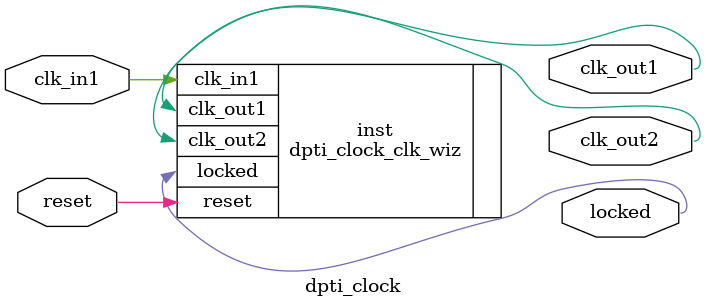
<source format=v>


`timescale 1ps/1ps

(* CORE_GENERATION_INFO = "dpti_clock,clk_wiz_v6_0_13_0_0,{component_name=dpti_clock,use_phase_alignment=true,use_min_o_jitter=false,use_max_i_jitter=false,use_dyn_phase_shift=false,use_inclk_switchover=false,use_dyn_reconfig=false,enable_axi=0,feedback_source=FDBK_AUTO,PRIMITIVE=MMCM,num_out_clk=2,clkin1_period=16.667,clkin2_period=10.0,use_power_down=false,use_reset=true,use_locked=true,use_inclk_stopped=false,feedback_type=SINGLE,CLOCK_MGR_TYPE=NA,manual_override=false}" *)

module dpti_clock 
 (
  // Clock out ports
  output        clk_out1,
  output        clk_out2,
  // Status and control signals
  input         reset,
  output        locked,
 // Clock in ports
  input         clk_in1
 );

  dpti_clock_clk_wiz inst
  (
  // Clock out ports  
  .clk_out1(clk_out1),
  .clk_out2(clk_out2),
  // Status and control signals               
  .reset(reset), 
  .locked(locked),
 // Clock in ports
  .clk_in1(clk_in1)
  );

endmodule

</source>
